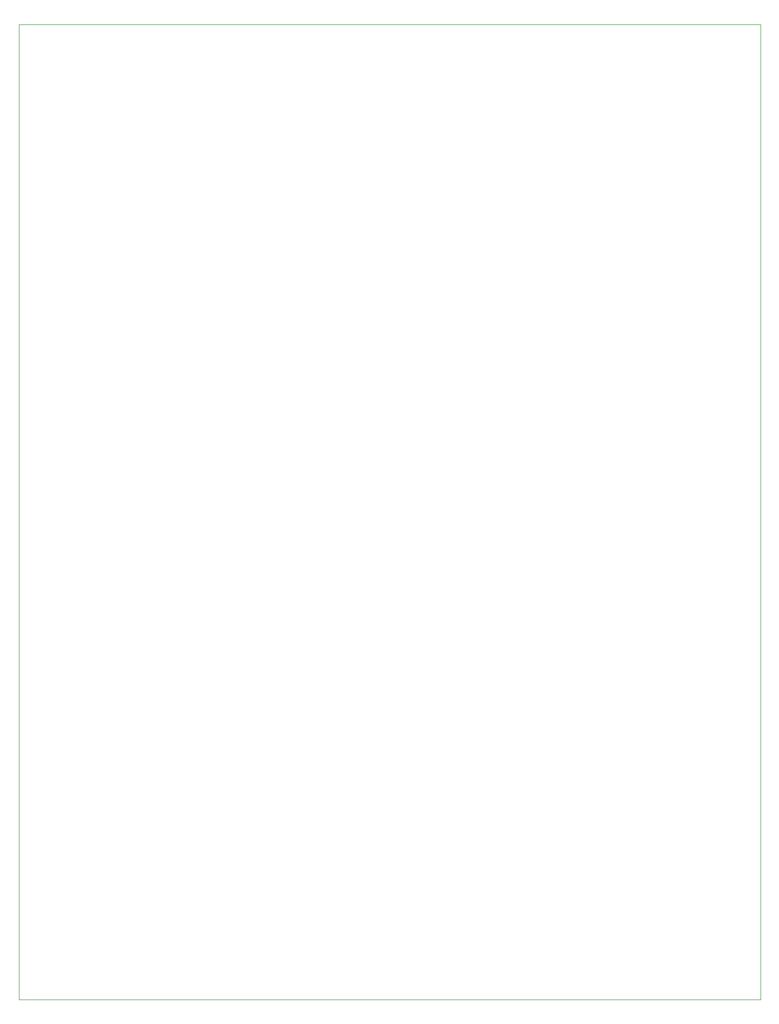
<source format=gbr>
%TF.GenerationSoftware,KiCad,Pcbnew,8.0.2*%
%TF.CreationDate,2024-05-04T16:44:52-04:00*%
%TF.ProjectId,RGBsensorBoard,52474273-656e-4736-9f72-426f6172642e,rev?*%
%TF.SameCoordinates,Original*%
%TF.FileFunction,Profile,NP*%
%FSLAX46Y46*%
G04 Gerber Fmt 4.6, Leading zero omitted, Abs format (unit mm)*
G04 Created by KiCad (PCBNEW 8.0.2) date 2024-05-04 16:44:52*
%MOMM*%
%LPD*%
G01*
G04 APERTURE LIST*
%TA.AperFunction,Profile*%
%ADD10C,0.050000*%
%TD*%
G04 APERTURE END LIST*
D10*
X41774778Y-24778444D02*
X167774778Y-24778444D01*
X167774778Y-190278444D01*
X41774778Y-190278444D01*
X41774778Y-24778444D01*
M02*

</source>
